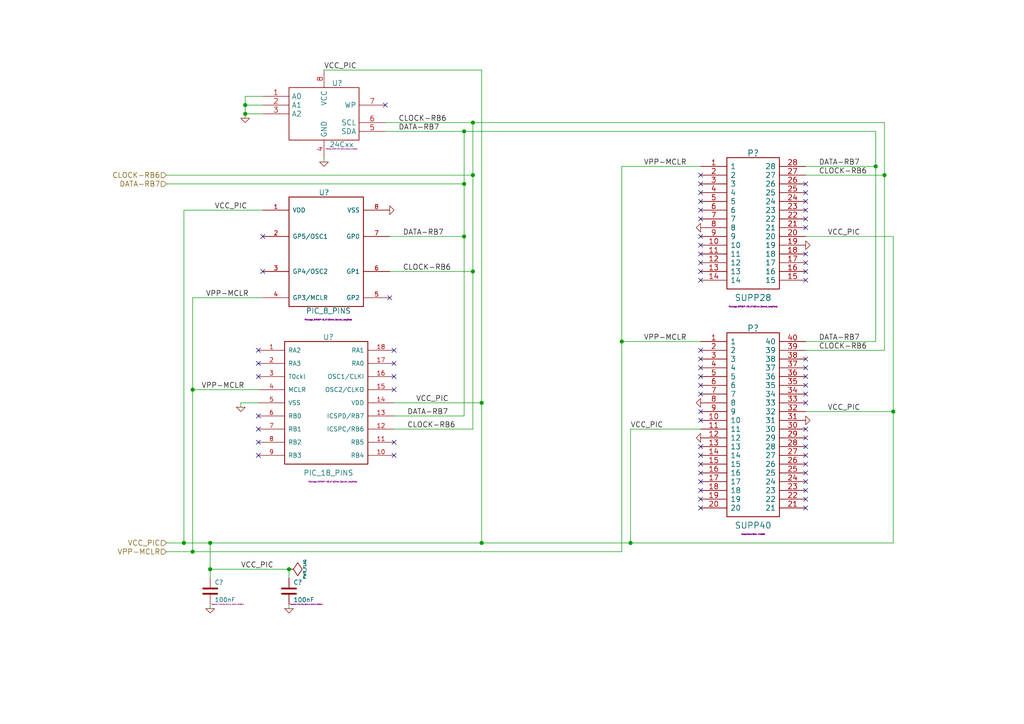
<source format=kicad_sch>
(kicad_sch (version 20250114) (generator "eeschema") (generator_version "9.0")
  (paper "A4")
  (title_block (title "JDM - COM84 PIC Programmer with 13V DC/DC converter") (date "Sun 22 Mar 2015") (rev "3") (company "KiCad"))
  (lib_symbols
    (symbol "pic_programmer_schlib:24C16" (pin_names (offset 0.762))
      (property "Reference" "U" (at 3.81 8.89 0))
      (property "Value" "24C16" (at 5.08 -8.89 0))
      (symbol "24C16_0_0"
        (pin power_in line (at 0 12.7 270) (length 5.08) (name "VCC") (number "8"))
        (pin power_in line (at 0 -12.7 90) (length 5.08) (name "GND") (number "4"))
      )
      (symbol "24C16_1_1"
        (rectangle (start -10.16 -7.62) (end 10.16 7.62) (stroke (width 0.2032)))
        (pin input line (at -17.78 5.08 0) (length 7.62) (name "A0") (number "1"))
        (pin input line (at -17.78 2.54 0) (length 7.62) (name "A1") (number "2"))
        (pin input line (at -17.78 0 0) (length 7.62) (name "A2") (number "3"))
        (pin input line (at 17.78 2.54 180) (length 7.62) (name "WP") (number "7"))
        (pin input line (at 17.78 -2.54 180) (length 7.62) (name "SCL") (number "6"))
        (pin bidirectional line (at 17.78 -5.08 180) (length 7.62) (name "SDA") (number "5"))
      )
    )
    (symbol "pic_programmer_schlib:C" (pin_numbers (hide yes)) (pin_names (offset 0.254))
      (property "Reference" "C" (at 0.635 2.54 0))
      (property "Value" "C" (at 0.635 -2.54 0))
      (symbol "C_0_1"
        (polyline (pts (xy -2.032 0.762) (xy 2.032 0.762)) (stroke (width 0.508)))
        (polyline (pts (xy -2.032 -0.762) (xy 2.032 -0.762)) (stroke (width 0.508)))
      )
      (symbol "C_1_1"
        (pin passive line (at 0 3.81 270) (length 2.794) (name "~") (number "1"))
        (pin passive line (at 0 -3.81 90) (length 2.794) (name "~") (number "2"))
      )
    )
    (symbol "pic_programmer_schlib:GND" (power) (pin_names (offset 0))
      (symbol "GND_0_1"
        (polyline (pts (xy -1.27 0) (xy 0 -1.27) (xy 1.27 0) (xy -1.27 0)))
      )
      (symbol "GND_1_1"
        (pin power_in line (at 0 0 90) (length 0) (hide yes) (name "GND") (number "1"))
      )
    )
    (symbol "pic_programmer_schlib:PIC12C508A" (pin_names (offset 1.016))
      (property "Reference" "U" (at 0 17.78 0))
      (property "Value" "PIC12C508A" (at 0 -16.51 0))
      (symbol "PIC12C508A_0_1"
        (rectangle (start 10.16 -15.24) (end -11.43 16.51) (stroke (width 0.254)))
      )
      (symbol "PIC12C508A_1_1"
        (pin power_in line (at -19.05 12.7 0) (length 7.62) (name "VDD") (number "1"))
        (pin input line (at -19.05 5.08 0) (length 7.62) (name "GP5/OSC1") (number "2"))
        (pin input line (at -19.05 -5.08 0) (length 7.62) (name "GP4/OSC2") (number "3"))
        (pin input line (at -19.05 -12.7 0) (length 7.62) (name "GP3/MCLR") (number "4"))
        (pin power_in line (at 17.78 12.7 180) (length 7.62) (name "VSS") (number "8"))
        (pin input line (at 17.78 5.08 180) (length 7.62) (name "GP0") (number "7"))
        (pin input line (at 17.78 -5.08 180) (length 7.62) (name "GP1") (number "6"))
        (pin input line (at 17.78 -12.7 180) (length 7.62) (name "GP2") (number "5"))
      )
    )
    (symbol "pic_programmer_schlib:PIC16F54" (pin_names (offset 1.016))
      (property "Reference" "U?" (at 0 -19.05 0))
      (property "Value" "PIC16F54" (at 0 20.32 0))
      (symbol "PIC16F54_0_1"
        (rectangle (start -12.7 17.78) (end 11.43 -17.78) (stroke (width 0.254)))
      )
      (symbol "PIC16F54_1_1"
        (pin bidirectional line (at -20.32 15.24 0) (length 7.62) (name "RA2") (number "1"))
        (pin bidirectional line (at -20.32 11.43 0) (length 7.62) (name "RA3") (number "2"))
        (pin output line (at -20.32 7.62 0) (length 7.62) (name "T0ckl") (number "3"))
        (pin input line (at -20.32 3.81 0) (length 7.62) (name "MCLR") (number "4"))
        (pin power_in line (at -20.32 0 0) (length 7.62) (name "VSS") (number "5"))
        (pin bidirectional line (at -20.32 -3.81 0) (length 7.62) (name "RB0") (number "6"))
        (pin bidirectional line (at -20.32 -7.62 0) (length 7.62) (name "RB1") (number "7"))
        (pin bidirectional line (at -20.32 -11.43 0) (length 7.62) (name "RB2") (number "8"))
        (pin bidirectional line (at -20.32 -15.24 0) (length 7.62) (name "RB3") (number "9"))
        (pin bidirectional line (at 19.05 15.24 180) (length 7.62) (name "RA1") (number "18"))
        (pin bidirectional line (at 19.05 11.43 180) (length 7.62) (name "RA0") (number "17"))
        (pin input line (at 19.05 7.62 180) (length 7.62) (name "OSC1/CLKI") (number "16"))
        (pin output line (at 19.05 3.81 180) (length 7.62) (name "OSC2/CLKO") (number "15"))
        (pin power_in line (at 19.05 0 180) (length 7.62) (name "VDD") (number "14"))
        (pin bidirectional line (at 19.05 -3.81 180) (length 7.62) (name "ICSPD/RB7") (number "13"))
        (pin bidirectional line (at 19.05 -7.62 180) (length 7.62) (name "ICSPC/RB6") (number "12"))
        (pin bidirectional line (at 19.05 -11.43 180) (length 7.62) (name "RB5") (number "11"))
        (pin bidirectional line (at 19.05 -15.24 180) (length 7.62) (name "RB4") (number "10"))
      )
      (symbol "PIC16F54_1_2"
        (pin bidirectional line (at -20.32 15.24 0) (length 7.62) (name "RA2") (number "1"))
        (pin bidirectional line (at -20.32 11.43 0) (length 7.62) (name "RA3") (number "2"))
        (pin output line (at -20.32 7.62 0) (length 7.62) (name "T0ckl") (number "3"))
        (pin input line (at -20.32 3.81 0) (length 7.62) (name "MCLR") (number "4"))
        (pin power_in line (at -20.32 0 0) (length 7.62) (name "VSS") (number "5"))
        (pin bidirectional line (at -20.32 -3.81 0) (length 7.62) (name "RB0") (number "6"))
        (pin bidirectional line (at -20.32 -7.62 0) (length 7.62) (name "RB1") (number "7"))
        (pin bidirectional line (at -20.32 -11.43 0) (length 7.62) (name "RB2") (number "8"))
        (pin bidirectional line (at -20.32 -15.24 0) (length 7.62) (name "RB3") (number "9"))
        (pin bidirectional line (at 19.05 15.24 180) (length 7.62) (name "RA1") (number "18"))
        (pin bidirectional line (at 19.05 11.43 180) (length 7.62) (name "RA0") (number "17"))
        (pin input line (at 19.05 7.62 180) (length 7.62) (name "OSC1/CLKI") (number "16"))
        (pin output line (at 19.05 3.81 180) (length 7.62) (name "OSC2/CLKO") (number "15"))
        (pin power_in line (at 19.05 0 180) (length 7.62) (name "VDD") (number "14"))
        (pin bidirectional line (at 19.05 -3.81 180) (length 7.62) (name "ICSPD/RB7") (number "13"))
        (pin bidirectional line (at 19.05 -7.62 180) (length 7.62) (name "ICSPC/RB6") (number "12"))
        (pin bidirectional line (at 19.05 -11.43 180) (length 7.62) (name "RB5") (number "11"))
        (pin bidirectional line (at 19.05 -15.24 180) (length 7.62) (name "RB4") (number "10"))
      )
    )
    (symbol "pic_programmer_schlib:PWR_FLAG" (power) (pin_numbers (hide yes)) (pin_names (offset 0) (hide yes))
      (property "Value" "PWR_FLAG" (at 0 4.572 0))
      (symbol "PWR_FLAG_0_0"
        (pin power_out line (at 0 0 90) (length 0) (name "pwr") (number "1"))
      )
      (symbol "PWR_FLAG_0_1"
        (polyline (pts (xy 0 0) (xy 0 1.27) (xy -1.905 2.54) (xy 0 3.81) (xy 1.905 2.54) (xy 0 1.27)) (stroke (width 0.2032)))
      )
    )
    (symbol "pic_programmer_schlib:SUPP28" (pin_names (offset 1.016))
      (property "Reference" "J" (at 0 2.54 0))
      (property "Value" "SUPP28" (at 0 -2.54 0))
      (symbol "SUPP28_0_1"
        (rectangle (start -7.62 -19.05) (end 7.62 19.05) (stroke (width 0.254)))
      )
      (symbol "SUPP28_1_1"
        (pin passive line (at -15.24 16.51 0) (length 7.62) (name "1") (number "1"))
        (pin passive line (at -15.24 13.97 0) (length 7.62) (name "2") (number "2"))
        (pin passive line (at -15.24 11.43 0) (length 7.62) (name "3") (number "3"))
        (pin passive line (at -15.24 8.89 0) (length 7.62) (name "4") (number "4"))
        (pin passive line (at -15.24 6.35 0) (length 7.62) (name "5") (number "5"))
        (pin passive line (at -15.24 3.81 0) (length 7.62) (name "6") (number "6"))
        (pin passive line (at -15.24 1.27 0) (length 7.62) (name "7") (number "7"))
        (pin passive line (at -15.24 -1.27 0) (length 7.62) (name "8") (number "8"))
        (pin passive line (at -15.24 -3.81 0) (length 7.62) (name "9") (number "9"))
        (pin passive line (at -15.24 -6.35 0) (length 7.62) (name "10") (number "10"))
        (pin passive line (at -15.24 -8.89 0) (length 7.62) (name "11") (number "11"))
        (pin passive line (at -15.24 -11.43 0) (length 7.62) (name "12") (number "12"))
        (pin passive line (at -15.24 -13.97 0) (length 7.62) (name "13") (number "13"))
        (pin passive line (at -15.24 -16.51 0) (length 7.62) (name "14") (number "14"))
        (pin passive line (at 15.24 16.51 180) (length 7.62) (name "28") (number "28"))
        (pin passive line (at 15.24 13.97 180) (length 7.62) (name "27") (number "27"))
        (pin passive line (at 15.24 11.43 180) (length 7.62) (name "26") (number "26"))
        (pin passive line (at 15.24 8.89 180) (length 7.62) (name "25") (number "25"))
        (pin passive line (at 15.24 6.35 180) (length 7.62) (name "24") (number "24"))
        (pin passive line (at 15.24 3.81 180) (length 7.62) (name "23") (number "23"))
        (pin passive line (at 15.24 1.27 180) (length 7.62) (name "22") (number "22"))
        (pin passive line (at 15.24 -1.27 180) (length 7.62) (name "21") (number "21"))
        (pin passive line (at 15.24 -3.81 180) (length 7.62) (name "20") (number "20"))
        (pin passive line (at 15.24 -6.35 180) (length 7.62) (name "19") (number "19"))
        (pin passive line (at 15.24 -8.89 180) (length 7.62) (name "18") (number "18"))
        (pin passive line (at 15.24 -11.43 180) (length 7.62) (name "17") (number "17"))
        (pin passive line (at 15.24 -13.97 180) (length 7.62) (name "16") (number "16"))
        (pin passive line (at 15.24 -16.51 180) (length 7.62) (name "15") (number "15"))
      )
    )
    (symbol "pic_programmer_schlib:SUPP40" (pin_names (offset 1.016))
      (property "Reference" "P" (at 0 27.94 0))
      (property "Value" "SUPP40" (at 0 -27.94 0))
      (symbol "SUPP40_0_1"
        (rectangle (start -7.62 -26.67) (end 7.62 26.67) (stroke (width 0.254)))
      )
      (symbol "SUPP40_1_1"
        (pin passive line (at -15.24 24.13 0) (length 7.62) (name "1") (number "1"))
        (pin passive line (at -15.24 21.59 0) (length 7.62) (name "2") (number "2"))
        (pin passive line (at -15.24 19.05 0) (length 7.62) (name "3") (number "3"))
        (pin passive line (at -15.24 16.51 0) (length 7.62) (name "4") (number "4"))
        (pin passive line (at -15.24 13.97 0) (length 7.62) (name "5") (number "5"))
        (pin passive line (at -15.24 11.43 0) (length 7.62) (name "6") (number "6"))
        (pin passive line (at -15.24 8.89 0) (length 7.62) (name "7") (number "7"))
        (pin passive line (at -15.24 6.35 0) (length 7.62) (name "8") (number "8"))
        (pin passive line (at -15.24 3.81 0) (length 7.62) (name "9") (number "9"))
        (pin passive line (at -15.24 1.27 0) (length 7.62) (name "10") (number "10"))
        (pin passive line (at -15.24 -1.27 0) (length 7.62) (name "11") (number "11"))
        (pin passive line (at -15.24 -3.81 0) (length 7.62) (name "12") (number "12"))
        (pin passive line (at -15.24 -6.35 0) (length 7.62) (name "13") (number "13"))
        (pin passive line (at -15.24 -8.89 0) (length 7.62) (name "14") (number "14"))
        (pin passive line (at -15.24 -11.43 0) (length 7.62) (name "15") (number "15"))
        (pin passive line (at -15.24 -13.97 0) (length 7.62) (name "16") (number "16"))
        (pin passive line (at -15.24 -16.51 0) (length 7.62) (name "17") (number "17"))
        (pin passive line (at -15.24 -19.05 0) (length 7.62) (name "18") (number "18"))
        (pin passive line (at -15.24 -21.59 0) (length 7.62) (name "19") (number "19"))
        (pin passive line (at -15.24 -24.13 0) (length 7.62) (name "20") (number "20"))
        (pin passive line (at 15.24 24.13 180) (length 7.62) (name "40") (number "40"))
        (pin passive line (at 15.24 21.59 180) (length 7.62) (name "39") (number "39"))
        (pin passive line (at 15.24 19.05 180) (length 7.62) (name "38") (number "38"))
        (pin passive line (at 15.24 16.51 180) (length 7.62) (name "37") (number "37"))
        (pin passive line (at 15.24 13.97 180) (length 7.62) (name "36") (number "36"))
        (pin passive line (at 15.24 11.43 180) (length 7.62) (name "35") (number "35"))
        (pin passive line (at 15.24 8.89 180) (length 7.62) (name "34") (number "34"))
        (pin passive line (at 15.24 6.35 180) (length 7.62) (name "33") (number "33"))
        (pin passive line (at 15.24 3.81 180) (length 7.62) (name "32") (number "32"))
        (pin passive line (at 15.24 1.27 180) (length 7.62) (name "31") (number "31"))
        (pin passive line (at 15.24 -1.27 180) (length 7.62) (name "30") (number "30"))
        (pin passive line (at 15.24 -3.81 180) (length 7.62) (name "29") (number "29"))
        (pin passive line (at 15.24 -6.35 180) (length 7.62) (name "28") (number "28"))
        (pin passive line (at 15.24 -8.89 180) (length 7.62) (name "27") (number "27"))
        (pin passive line (at 15.24 -11.43 180) (length 7.62) (name "26") (number "26"))
        (pin passive line (at 15.24 -13.97 180) (length 7.62) (name "25") (number "25"))
        (pin passive line (at 15.24 -16.51 180) (length 7.62) (name "24") (number "24"))
        (pin passive line (at 15.24 -19.05 180) (length 7.62) (name "23") (number "23"))
        (pin passive line (at 15.24 -21.59 180) (length 7.62) (name "22") (number "22"))
        (pin passive line (at 15.24 -24.13 180) (length 7.62) (name "21") (number "21"))
      )
    )
  )
  (junction (at 137.16 35.56) (diameter 1.016))
  (junction (at 134.62 38.1) (diameter 1.016))
  (junction (at 139.7 116.84) (diameter 1.016))
  (junction (at 60.96 157.48) (diameter 1.016))
  (junction (at 139.7 157.48) (diameter 1.016))
  (junction (at 83.82 165.1) (diameter 1.016))
  (junction (at 256.54 50.8) (diameter 1.016))
  (junction (at 180.34 99.06) (diameter 1.016))
  (junction (at 53.34 157.48) (diameter 1.016))
  (junction (at 55.88 113.03) (diameter 1.016))
  (junction (at 182.88 157.48) (diameter 1.016))
  (junction (at 60.96 165.1) (diameter 1.016))
  (junction (at 55.88 160.02) (diameter 1.016))
  (junction (at 134.62 53.34) (diameter 1.016))
  (junction (at 71.12 30.48) (diameter 1.016))
  (junction (at 137.16 78.74) (diameter 1.016))
  (junction (at 259.08 119.38) (diameter 1.016))
  (junction (at 71.12 33.02) (diameter 1.016))
  (junction (at 134.62 68.58) (diameter 1.016))
  (junction (at 137.16 50.8) (diameter 1.016))
  (junction (at 254 48.26) (diameter 1.016))
  (no_connect (at 203.2 60.96))
  (no_connect (at 233.68 124.46))
  (no_connect (at 233.68 132.08))
  (no_connect (at 233.68 111.76))
  (no_connect (at 203.2 76.2))
  (no_connect (at 203.2 121.92))
  (no_connect (at 203.2 119.38))
  (no_connect (at 203.2 139.7))
  (no_connect (at 233.68 147.32))
  (no_connect (at 233.68 58.42))
  (no_connect (at 233.68 81.28))
  (no_connect (at 233.68 53.34))
  (no_connect (at 114.3 101.6))
  (no_connect (at 203.2 63.5))
  (no_connect (at 74.93 101.6))
  (no_connect (at 233.68 116.84))
  (no_connect (at 203.2 129.54))
  (no_connect (at 233.68 137.16))
  (no_connect (at 203.2 78.74))
  (no_connect (at 114.3 105.41))
  (no_connect (at 203.2 53.34))
  (no_connect (at 203.2 68.58))
  (no_connect (at 233.68 144.78))
  (no_connect (at 203.2 50.8))
  (no_connect (at 111.76 30.48))
  (no_connect (at 203.2 142.24))
  (no_connect (at 114.3 109.22))
  (no_connect (at 203.2 114.3))
  (no_connect (at 203.2 101.6))
  (no_connect (at 233.68 73.66))
  (no_connect (at 233.68 129.54))
  (no_connect (at 203.2 134.62))
  (no_connect (at 74.93 109.22))
  (no_connect (at 113.03 86.36))
  (no_connect (at 233.68 60.96))
  (no_connect (at 76.2 68.58))
  (no_connect (at 233.68 114.3))
  (no_connect (at 233.68 139.7))
  (no_connect (at 203.2 132.08))
  (no_connect (at 203.2 81.28))
  (no_connect (at 203.2 144.78))
  (no_connect (at 233.68 78.74))
  (no_connect (at 114.3 132.08))
  (no_connect (at 203.2 137.16))
  (no_connect (at 233.68 134.62))
  (no_connect (at 76.2 78.74))
  (no_connect (at 233.68 76.2))
  (no_connect (at 203.2 58.42))
  (no_connect (at 74.93 105.41))
  (no_connect (at 203.2 55.88))
  (no_connect (at 233.68 109.22))
  (no_connect (at 203.2 104.14))
  (no_connect (at 114.3 128.27))
  (no_connect (at 74.93 124.46))
  (no_connect (at 203.2 106.68))
  (no_connect (at 233.68 142.24))
  (no_connect (at 233.68 104.14))
  (no_connect (at 74.93 132.08))
  (no_connect (at 203.2 111.76))
  (no_connect (at 233.68 55.88))
  (no_connect (at 233.68 106.68))
  (no_connect (at 233.68 127))
  (no_connect (at 203.2 147.32))
  (no_connect (at 233.68 66.04))
  (no_connect (at 233.68 63.5))
  (no_connect (at 203.2 109.22))
  (no_connect (at 203.2 73.66))
  (no_connect (at 114.3 113.03))
  (no_connect (at 74.93 120.65))
  (no_connect (at 203.2 71.12))
  (no_connect (at 74.93 128.27))
  (wire (pts (xy 259.08 157.48) (xy 259.08 119.38)))
  (wire (pts (xy 83.82 175.26) (xy 83.82 176.53)))
  (wire (pts (xy 180.34 160.02) (xy 55.88 160.02)))
  (wire (pts (xy 111.76 38.1) (xy 134.62 38.1)))
  (wire (pts (xy 137.16 50.8) (xy 137.16 78.74)))
  (wire (pts (xy 182.88 157.48) (xy 259.08 157.48)))
  (wire (pts (xy 256.54 35.56) (xy 256.54 50.8)))
  (wire (pts (xy 69.85 116.84) (xy 69.85 118.11)))
  (wire (pts (xy 53.34 60.96) (xy 53.34 157.48)))
  (wire (pts (xy 134.62 38.1) (xy 134.62 53.34)))
  (wire (pts (xy 180.34 48.26) (xy 203.2 48.26)))
  (wire (pts (xy 134.62 120.65) (xy 114.3 120.65)))
  (wire (pts (xy 71.12 33.02) (xy 71.12 34.29)))
  (wire (pts (xy 48.26 157.48) (xy 53.34 157.48)))
  (wire (pts (xy 180.34 48.26) (xy 180.34 99.06)))
  (wire (pts (xy 256.54 50.8) (xy 256.54 101.6)))
  (wire (pts (xy 55.88 113.03) (xy 55.88 160.02)))
  (wire (pts (xy 137.16 124.46) (xy 114.3 124.46)))
  (wire (pts (xy 134.62 68.58) (xy 113.03 68.58)))
  (wire (pts (xy 74.93 116.84) (xy 69.85 116.84)))
  (wire (pts (xy 254 38.1) (xy 254 48.26)))
  (wire (pts (xy 48.26 50.8) (xy 137.16 50.8)))
  (wire (pts (xy 60.96 157.48) (xy 60.96 165.1)))
  (wire (pts (xy 111.76 35.56) (xy 137.16 35.56)))
  (wire (pts (xy 182.88 124.46) (xy 182.88 157.48)))
  (wire (pts (xy 139.7 157.48) (xy 182.88 157.48)))
  (wire (pts (xy 203.2 124.46) (xy 182.88 124.46)))
  (wire (pts (xy 71.12 30.48) (xy 76.2 30.48)))
  (wire (pts (xy 55.88 86.36) (xy 55.88 113.03)))
  (wire (pts (xy 139.7 157.48) (xy 139.7 116.84)))
  (wire (pts (xy 139.7 116.84) (xy 114.3 116.84)))
  (wire (pts (xy 48.26 53.34) (xy 134.62 53.34)))
  (wire (pts (xy 60.96 165.1) (xy 60.96 167.64)))
  (wire (pts (xy 60.96 157.48) (xy 139.7 157.48)))
  (wire (pts (xy 55.88 160.02) (xy 48.26 160.02)))
  (wire (pts (xy 76.2 33.02) (xy 71.12 33.02)))
  (wire (pts (xy 180.34 99.06) (xy 180.34 160.02)))
  (wire (pts (xy 254 99.06) (xy 233.68 99.06)))
  (wire (pts (xy 233.68 50.8) (xy 256.54 50.8)))
  (wire (pts (xy 76.2 86.36) (xy 55.88 86.36)))
  (wire (pts (xy 137.16 35.56) (xy 137.16 50.8)))
  (wire (pts (xy 180.34 99.06) (xy 203.2 99.06)))
  (wire (pts (xy 55.88 113.03) (xy 74.93 113.03)))
  (wire (pts (xy 137.16 78.74) (xy 137.16 124.46)))
  (wire (pts (xy 83.82 165.1) (xy 60.96 165.1)))
  (wire (pts (xy 254 48.26) (xy 254 99.06)))
  (wire (pts (xy 139.7 116.84) (xy 139.7 20.32)))
  (wire (pts (xy 134.62 53.34) (xy 134.62 68.58)))
  (wire (pts (xy 139.7 20.32) (xy 93.98 20.32)))
  (wire (pts (xy 93.98 46.99) (xy 93.98 45.72)))
  (wire (pts (xy 60.96 175.26) (xy 60.96 176.53)))
  (wire (pts (xy 259.08 119.38) (xy 259.08 68.58)))
  (wire (pts (xy 53.34 60.96) (xy 76.2 60.96)))
  (wire (pts (xy 256.54 101.6) (xy 233.68 101.6)))
  (wire (pts (xy 71.12 27.94) (xy 71.12 30.48)))
  (wire (pts (xy 71.12 27.94) (xy 76.2 27.94)))
  (wire (pts (xy 71.12 30.48) (xy 71.12 33.02)))
  (wire (pts (xy 83.82 167.64) (xy 83.82 165.1)))
  (wire (pts (xy 259.08 119.38) (xy 233.68 119.38)))
  (wire (pts (xy 134.62 38.1) (xy 254 38.1)))
  (wire (pts (xy 134.62 68.58) (xy 134.62 120.65)))
  (wire (pts (xy 137.16 35.56) (xy 256.54 35.56)))
  (wire (pts (xy 53.34 157.48) (xy 60.96 157.48)))
  (wire (pts (xy 137.16 78.74) (xy 113.03 78.74)))
  (wire (pts (xy 233.68 48.26) (xy 254 48.26)))
  (wire (pts (xy 259.08 68.58) (xy 233.68 68.58)))
  (label "DATA-RB7" (at 237.49 48.26 0) (effects (font (size 1.524 1.524))))
  (label "CLOCK-RB6" (at 118.11 124.46 0) (effects (font (size 1.524 1.524))))
  (label "CLOCK-RB6" (at 237.49 101.6 0) (effects (font (size 1.524 1.524))))
  (label "VCC_PIC" (at 93.98 20.32 0) (effects (font (size 1.524 1.524))))
  (label "VCC_PIC" (at 240.03 119.38 0) (effects (font (size 1.524 1.524))))
  (label "VCC_PIC" (at 182.88 124.46 0) (effects (font (size 1.524 1.524))))
  (label "VCC_PIC" (at 120.65 116.84 0) (effects (font (size 1.524 1.524))))
  (label "VCC_PIC" (at 69.85 165.1 0) (effects (font (size 1.524 1.524))))
  (label "DATA-RB7" (at 115.57 38.1 0) (effects (font (size 1.524 1.524))))
  (label "DATA-RB7" (at 118.11 120.65 0) (effects (font (size 1.524 1.524))))
  (label "VPP-MCLR" (at 58.42 113.03 0) (effects (font (size 1.524 1.524))))
  (label "VPP-MCLR" (at 59.69 86.36 0) (effects (font (size 1.524 1.524))))
  (label "VPP-MCLR" (at 186.69 99.06 0) (effects (font (size 1.524 1.524))))
  (label "VPP-MCLR" (at 186.69 48.26 0) (effects (font (size 1.524 1.524))))
  (label "VCC_PIC" (at 62.23 60.96 0) (effects (font (size 1.524 1.524))))
  (label "VCC_PIC" (at 240.03 68.58 0) (effects (font (size 1.524 1.524))))
  (label "DATA-RB7" (at 237.49 99.06 0) (effects (font (size 1.524 1.524))))
  (label "CLOCK-RB6" (at 116.84 78.74 0) (effects (font (size 1.524 1.524))))
  (label "DATA-RB7" (at 116.84 68.58 0) (effects (font (size 1.524 1.524))))
  (label "CLOCK-RB6" (at 237.49 50.8 0) (effects (font (size 1.524 1.524))))
  (label "CLOCK-RB6" (at 115.57 35.56 0) (effects (font (size 1.524 1.524))))
  (hierarchical_label "CLOCK-RB6" (shape input) (at 48.26 50.8 180) (effects (font (size 1.524 1.524))))
  (hierarchical_label "DATA-RB7" (shape input) (at 48.26 53.34 180) (effects (font (size 1.524 1.524))))
  (hierarchical_label "VPP-MCLR" (shape input) (at 48.26 160.02 180) (effects (font (size 1.524 1.524))))
  (hierarchical_label "VCC_PIC" (shape input) (at 48.26 157.48 180) (effects (font (size 1.524 1.524))))
  (symbol (lib_id "pic_programmer_schlib:PIC12C508A") (at 95.25 73.66 0) (unit 1)
    (property "Reference" "U?" (at 93.98 55.88 0) (effects (font (size 1.524 1.524))))
    (property "Value" "PIC_8_PINS" (at 95.25 90.17 0) (effects (font (size 1.524 1.524))))
    (property "Footprint" "Package_DIP:DIP-8_W7.62mm_Socket_LongPads" (at 95.25 92.71 0) (effects (font (size 0.381 0.381))))
  )
  (symbol (lib_id "pic_programmer_schlib:PIC16F54") (at 95.25 116.84 0) (unit 1)
    (property "Reference" "U?" (at 95.25 97.79 0) (effects (font (size 1.524 1.524))))
    (property "Value" "PIC_18_PINS" (at 95.25 137.16 0) (effects (font (size 1.524 1.524))))
    (property "Footprint" "Package_DIP:DIP-18_W7.62mm_Socket_LongPads" (at 96.52 139.7 0) (effects (font (size 0.381 0.381))))
  )
  (symbol (lib_id "pic_programmer_schlib:GND") (at 113.03 60.96 90) (unit 1)
    (property "Reference" "#PWR?" (effects (hide yes)))
    (property "Value" "GND" (effects (hide yes)))
  )
  (symbol (lib_id "pic_programmer_schlib:GND") (at 69.85 118.11 0) (unit 1)
    (property "Reference" "#PWR?" (effects (hide yes)))
    (property "Value" "GND" (effects (hide yes)))
  )
  (symbol (lib_id "pic_programmer_schlib:GND") (at 203.2 127 270) (unit 1)
    (property "Reference" "#PWR?" (effects (hide yes)))
    (property "Value" "GND" (effects (hide yes)))
  )
  (symbol (lib_id "pic_programmer_schlib:24C16") (at 93.98 33.02 0) (unit 1)
    (property "Reference" "U?" (at 97.79 24.13 0) (effects (font (size 1.524 1.524))))
    (property "Value" "24Cxx" (at 99.06 41.91 0) (effects (font (size 1.524 1.524))))
    (property "Footprint" "Package_DIP:DIP-8_W7.62mm_Socket_LongPads" (at 99.06 43.18 0) (effects (font (size 0.254 0.254))))
  )
  (symbol (lib_id "pic_programmer_schlib:GND") (at 71.12 34.29 0) (unit 1)
    (property "Reference" "#PWR?" (effects (hide yes)))
    (property "Value" "GND" (effects (hide yes)))
  )
  (symbol (lib_id "pic_programmer_schlib:SUPP40") (at 218.44 123.19 0) (unit 1)
    (property "Reference" "P?" (at 218.44 95.25 0) (effects (font (size 1.778 1.778))))
    (property "Value" "SUPP40" (at 218.44 152.4 0) (effects (font (size 1.778 1.778))))
    (property "Footprint" "footprints:40tex-Ell600" (at 218.44 154.94 0) (effects (font (size 0.381 0.381))))
  )
  (symbol (lib_id "pic_programmer_schlib:GND") (at 233.68 121.92 90) (unit 1)
    (property "Reference" "#PWR?" (effects (hide yes)))
    (property "Value" "GND" (effects (hide yes)))
  )
  (symbol (lib_id "pic_programmer_schlib:C") (at 60.96 171.45 0) (unit 1)
    (property "Reference" "C?" (at 62.23 168.91 0) (effects (justify left)))
    (property "Value" "100nF" (at 62.23 173.99 0) (effects (justify left)))
    (property "Footprint" "Capacitor_THT:C_Disc_D5.1mm_W3.2mm_P5.00mm" (at 66.04 175.26 0) (effects (font (size 0.254 0.254))))
  )
  (symbol (lib_id "pic_programmer_schlib:GND") (at 60.96 176.53 0) (unit 1)
    (property "Reference" "#PWR?" (effects (hide yes)))
    (property "Value" "GND" (effects (hide yes)))
  )
  (symbol (lib_id "pic_programmer_schlib:C") (at 83.82 171.45 0) (unit 1)
    (property "Reference" "C?" (at 85.09 168.91 0) (effects (justify left)))
    (property "Value" "100nF" (at 85.09 173.99 0) (effects (justify left)))
    (property "Footprint" "Capacitor_THT:C_Disc_D5.1mm_W3.2mm_P5.00mm" (at 88.9 175.26 0) (effects (font (size 0.254 0.254))))
  )
  (symbol (lib_id "pic_programmer_schlib:GND") (at 83.82 176.53 0) (unit 1)
    (property "Reference" "#PWR?" (effects (hide yes)))
    (property "Value" "GND" (effects (hide yes)))
  )
  (symbol (lib_id "pic_programmer_schlib:SUPP28") (at 218.44 64.77 0) (unit 1)
    (property "Reference" "P?" (at 218.44 44.45 0) (effects (font (size 1.778 1.778))))
    (property "Value" "SUPP28" (at 218.44 86.36 0) (effects (font (size 1.778 1.778))))
    (property "Footprint" "Package_DIP:DIP-28_W7.62mm_Socket_LongPads" (at 218.44 88.9 0) (effects (font (size 0.381 0.381))))
  )
  (symbol (lib_id "pic_programmer_schlib:GND") (at 203.2 66.04 270) (unit 1)
    (property "Reference" "#PWR?" (effects (hide yes)))
    (property "Value" "GND" (effects (hide yes)))
  )
  (symbol (lib_id "pic_programmer_schlib:GND") (at 233.68 71.12 90) (unit 1)
    (property "Reference" "#PWR?" (effects (hide yes)))
    (property "Value" "GND" (effects (hide yes)))
  )
  (symbol (lib_id "pic_programmer_schlib:GND") (at 203.2 116.84 270) (unit 1)
    (property "Reference" "#PWR?" (effects (hide yes)))
    (property "Value" "GND" (effects (hide yes)))
  )
  (symbol (lib_id "pic_programmer_schlib:GND") (at 93.98 46.99 0) (unit 1)
    (property "Reference" "#PWR?" (effects (hide yes)))
    (property "Value" "GND" (effects (hide yes)))
  )
  (symbol (lib_id "pic_programmer_schlib:PWR_FLAG") (at 83.82 165.1 270) (unit 1)
    (property "Reference" "#FLG?" (effects (hide yes)))
    (property "Value" "PWR_FLAG" (at 88.392 165.1 0) (effects (font (size 0.762 0.762))))
  )
)
</source>
